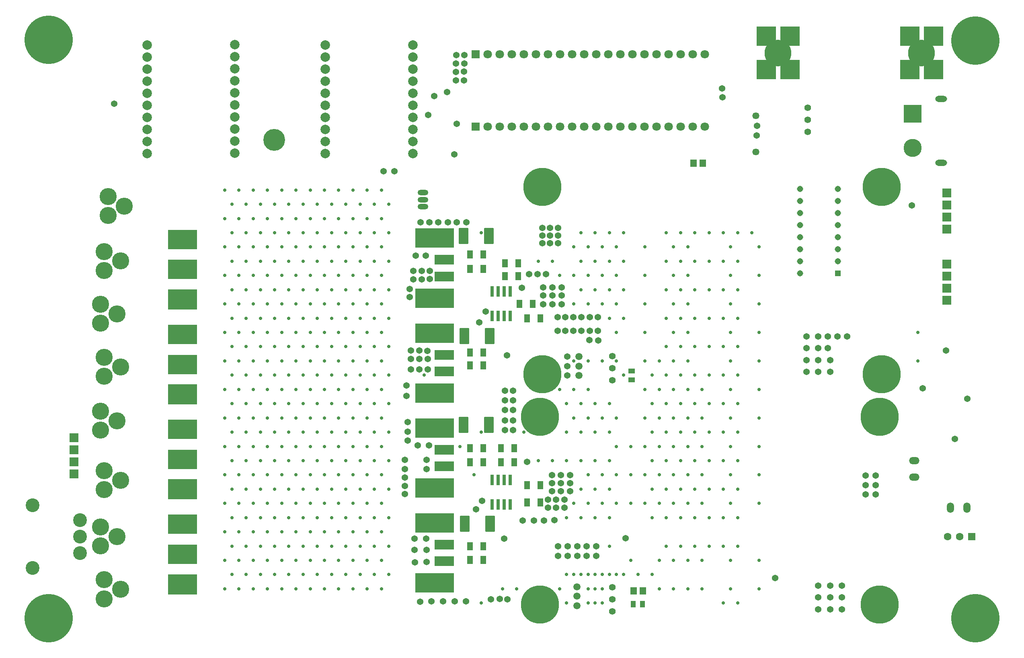
<source format=gbs>
G04*
G04 #@! TF.GenerationSoftware,Altium Limited,Altium Designer,21.4.1 (30)*
G04*
G04 Layer_Color=16711935*
%FSLAX25Y25*%
%MOIN*%
G70*
G04*
G04 #@! TF.SameCoordinates,5C5CB9DB-6683-4862-BC7F-C0E48B32F829*
G04*
G04*
G04 #@! TF.FilePolarity,Negative*
G04*
G01*
G75*
%ADD27R,0.05827X0.04016*%
%ADD28R,0.16142X0.08268*%
%ADD29R,0.31890X0.16142*%
%ADD30R,0.24016X0.16142*%
G04:AMPARAMS|DCode=35|XSize=78.74mil|YSize=136.61mil|CornerRadius=4.59mil|HoleSize=0mil|Usage=FLASHONLY|Rotation=180.000|XOffset=0mil|YOffset=0mil|HoleType=Round|Shape=RoundedRectangle|*
%AMROUNDEDRECTD35*
21,1,0.07874,0.12744,0,0,180.0*
21,1,0.06957,0.13661,0,0,180.0*
1,1,0.00917,-0.03478,0.06372*
1,1,0.00917,0.03478,0.06372*
1,1,0.00917,0.03478,-0.06372*
1,1,0.00917,-0.03478,-0.06372*
%
%ADD35ROUNDEDRECTD35*%
%ADD36R,0.02756X0.09055*%
%ADD38R,0.05118X0.06890*%
%ADD41R,0.24433X0.16559*%
%ADD42C,0.31575*%
%ADD43C,0.05984*%
%ADD44C,0.22142*%
%ADD45R,0.16142X0.16142*%
%ADD46O,0.08819X0.04606*%
%ADD47R,0.07480X0.07480*%
%ADD48R,0.05158X0.05158*%
%ADD49C,0.05158*%
%ADD50R,0.15024X0.15024*%
%ADD51C,0.15024*%
%ADD52O,0.09843X0.05118*%
%ADD53C,0.07874*%
%ADD54C,0.14173*%
%ADD55C,0.05740*%
%ADD56C,0.05543*%
%ADD57C,0.11417*%
%ADD58C,0.07087*%
%ADD59R,0.07087X0.07087*%
%ADD60R,0.06299X0.06299*%
%ADD61C,0.06299*%
%ADD62O,0.05906X0.08661*%
%ADD63O,0.08661X0.05906*%
%ADD64C,0.40158*%
%ADD65C,0.18110*%
%ADD66C,0.05394*%
%ADD67C,0.02756*%
%ADD134R,0.05512X0.06299*%
%ADD135R,0.04016X0.05827*%
D27*
X504637Y219654D02*
D03*
Y227173D02*
D03*
D28*
X349309Y161874D02*
D03*
Y148094D02*
D03*
X349309Y319354D02*
D03*
Y305575D02*
D03*
Y83134D02*
D03*
Y69354D02*
D03*
Y240614D02*
D03*
Y226835D02*
D03*
D29*
X341466Y179817D02*
D03*
Y130053D02*
D03*
X341465Y337297D02*
D03*
Y287533D02*
D03*
Y101077D02*
D03*
Y51313D02*
D03*
Y258557D02*
D03*
Y208793D02*
D03*
D30*
X132350Y153852D02*
D03*
Y178734D02*
D03*
X132350Y311333D02*
D03*
Y336215D02*
D03*
Y75112D02*
D03*
Y99994D02*
D03*
Y232593D02*
D03*
Y257474D02*
D03*
D35*
X365428Y339000D02*
D03*
X386372D02*
D03*
X365428Y182300D02*
D03*
X386372D02*
D03*
X366155Y256000D02*
D03*
X387100D02*
D03*
X366455Y100400D02*
D03*
X387400D02*
D03*
D36*
X394137Y136950D02*
D03*
Y116477D02*
D03*
X389137Y136950D02*
D03*
X399137D02*
D03*
X404137D02*
D03*
X389137Y116477D02*
D03*
X399137D02*
D03*
X404137D02*
D03*
X394237Y293150D02*
D03*
Y272677D02*
D03*
X389237Y293150D02*
D03*
X399237D02*
D03*
X404237D02*
D03*
X389237Y272677D02*
D03*
X399237D02*
D03*
X404237D02*
D03*
D38*
X410649Y316513D02*
D03*
X399625D02*
D03*
X381907Y231813D02*
D03*
X370884D02*
D03*
X381907Y70313D02*
D03*
X370884D02*
D03*
X381907Y242413D02*
D03*
X370884D02*
D03*
X381907Y81913D02*
D03*
X370884D02*
D03*
X418125Y270913D02*
D03*
X429149D02*
D03*
X418125Y132513D02*
D03*
X429149D02*
D03*
X411888Y282774D02*
D03*
X422912D02*
D03*
X418125Y118013D02*
D03*
X429149D02*
D03*
X381907Y311913D02*
D03*
X370884D02*
D03*
X381907Y151496D02*
D03*
X370884D02*
D03*
X381907Y323713D02*
D03*
X370884D02*
D03*
X381907Y163244D02*
D03*
X370884D02*
D03*
X399625Y305813D02*
D03*
X410649D02*
D03*
X396425Y151313D02*
D03*
X407449D02*
D03*
Y163113D02*
D03*
X396425D02*
D03*
D41*
X132350Y128971D02*
D03*
X132350Y286451D02*
D03*
Y50230D02*
D03*
Y207711D02*
D03*
D42*
X430704Y224388D02*
D03*
X712200D02*
D03*
Y379900D02*
D03*
X430704D02*
D03*
X428823Y189035D02*
D03*
X710319D02*
D03*
Y33524D02*
D03*
X428823D02*
D03*
D43*
X461216Y239152D02*
D03*
Y231278D02*
D03*
Y223404D02*
D03*
X459335Y32539D02*
D03*
Y40413D02*
D03*
Y48287D02*
D03*
D44*
X745129Y490900D02*
D03*
X626271D02*
D03*
D45*
X754972Y504679D02*
D03*
X636113D02*
D03*
X616428D02*
D03*
X636113Y477120D02*
D03*
X616428D02*
D03*
X735287Y504679D02*
D03*
Y477120D02*
D03*
X754972D02*
D03*
D46*
X331849Y363400D02*
D03*
X331824Y369200D02*
D03*
X331849Y375000D02*
D03*
D47*
X766252Y285646D02*
D03*
Y295646D02*
D03*
Y305646D02*
D03*
Y315646D02*
D03*
X42323Y171732D02*
D03*
Y161732D02*
D03*
Y151732D02*
D03*
Y141732D02*
D03*
X766252Y344646D02*
D03*
Y354646D02*
D03*
Y364646D02*
D03*
Y374646D02*
D03*
D48*
X675750Y308275D02*
D03*
D49*
Y318275D02*
D03*
Y328275D02*
D03*
Y338275D02*
D03*
Y348275D02*
D03*
Y358275D02*
D03*
Y368275D02*
D03*
Y378275D02*
D03*
X644490D02*
D03*
Y368275D02*
D03*
Y358275D02*
D03*
Y348275D02*
D03*
Y338275D02*
D03*
Y328275D02*
D03*
Y318275D02*
D03*
Y308275D02*
D03*
D50*
X737697Y440412D02*
D03*
D51*
Y412065D02*
D03*
D52*
X761319Y452813D02*
D03*
Y399664D02*
D03*
D53*
X175937Y497913D02*
D03*
Y487913D02*
D03*
Y477913D02*
D03*
Y467913D02*
D03*
Y457913D02*
D03*
Y447913D02*
D03*
Y437913D02*
D03*
Y427913D02*
D03*
Y417913D02*
D03*
Y407913D02*
D03*
X250858Y407331D02*
D03*
Y417331D02*
D03*
Y427331D02*
D03*
Y437331D02*
D03*
Y447331D02*
D03*
Y457331D02*
D03*
Y467331D02*
D03*
Y477331D02*
D03*
Y487331D02*
D03*
Y497331D02*
D03*
X103100Y497300D02*
D03*
Y487300D02*
D03*
Y477300D02*
D03*
Y467300D02*
D03*
Y457300D02*
D03*
Y447300D02*
D03*
Y437300D02*
D03*
Y427300D02*
D03*
Y417300D02*
D03*
Y407300D02*
D03*
X323323Y407331D02*
D03*
Y417331D02*
D03*
Y427331D02*
D03*
Y437331D02*
D03*
Y447331D02*
D03*
Y457331D02*
D03*
Y467331D02*
D03*
Y477331D02*
D03*
Y487331D02*
D03*
Y497331D02*
D03*
D54*
X67518Y144387D02*
D03*
Y128639D02*
D03*
X81156Y136513D02*
D03*
X64394Y178039D02*
D03*
Y193787D02*
D03*
X78032Y185913D02*
D03*
X67518Y326287D02*
D03*
Y310539D02*
D03*
X81156Y318413D02*
D03*
X70618Y356039D02*
D03*
Y371787D02*
D03*
X84256Y363913D02*
D03*
X67518Y53987D02*
D03*
Y38239D02*
D03*
X81156Y46113D02*
D03*
X64394Y82065D02*
D03*
Y97813D02*
D03*
X78032Y89939D02*
D03*
X67518Y238487D02*
D03*
Y222739D02*
D03*
X81156Y230613D02*
D03*
X64394Y266639D02*
D03*
Y282387D02*
D03*
X78032Y274513D02*
D03*
D55*
X607937Y408953D02*
D03*
Y438874D02*
D03*
D56*
X650700Y425300D02*
D03*
Y435300D02*
D03*
Y445300D02*
D03*
X488900Y219500D02*
D03*
Y229500D02*
D03*
Y239500D02*
D03*
Y27700D02*
D03*
Y37700D02*
D03*
Y47700D02*
D03*
D57*
X47470Y76036D02*
D03*
Y103595D02*
D03*
X8100Y63832D02*
D03*
X47470Y89816D02*
D03*
X8100Y115800D02*
D03*
D58*
X445600Y429800D02*
D03*
X565600D02*
D03*
X555600D02*
D03*
X545600D02*
D03*
X535600D02*
D03*
X525600D02*
D03*
X515600D02*
D03*
X505600D02*
D03*
X495600D02*
D03*
X485600D02*
D03*
X475600D02*
D03*
X465600D02*
D03*
X435600D02*
D03*
X425600D02*
D03*
X415600D02*
D03*
X405600D02*
D03*
X395600D02*
D03*
X385600D02*
D03*
X455600D02*
D03*
X565600Y489700D02*
D03*
X555600D02*
D03*
X545600D02*
D03*
X535600D02*
D03*
X525600D02*
D03*
X515600D02*
D03*
X505600D02*
D03*
X495600D02*
D03*
X485600D02*
D03*
X475600D02*
D03*
X465600D02*
D03*
X455600D02*
D03*
X445600D02*
D03*
X435600D02*
D03*
X425600D02*
D03*
X415600D02*
D03*
X405600D02*
D03*
X395600D02*
D03*
X385600D02*
D03*
D59*
X375600Y429800D02*
D03*
Y489700D02*
D03*
D60*
X786937Y89913D02*
D03*
D61*
X776937D02*
D03*
X766937D02*
D03*
D62*
X782827Y113913D02*
D03*
X769047D02*
D03*
D63*
X739100Y139000D02*
D03*
Y152779D02*
D03*
D64*
X789800Y22200D02*
D03*
Y501200D02*
D03*
X21400Y22200D02*
D03*
X21600Y501800D02*
D03*
D65*
X208598Y418898D02*
D03*
D66*
X401600Y240275D02*
D03*
X477000Y252474D02*
D03*
X469900Y252674D02*
D03*
X351687Y458343D02*
D03*
X75731Y448837D02*
D03*
X325100Y68600D02*
D03*
X329500Y35700D02*
D03*
X365937Y475313D02*
D03*
X366000Y482100D02*
D03*
X366200Y489000D02*
D03*
X365837Y468200D02*
D03*
X383644Y276476D02*
D03*
X440700Y103300D02*
D03*
X414370Y103200D02*
D03*
X423900D02*
D03*
X432200D02*
D03*
X451400Y223600D02*
D03*
Y231200D02*
D03*
X439200Y282300D02*
D03*
X431300D02*
D03*
X446700D02*
D03*
Y296374D02*
D03*
X439200D02*
D03*
X431300D02*
D03*
X378300Y267400D02*
D03*
X413700Y296200D02*
D03*
X318000Y206600D02*
D03*
Y215200D02*
D03*
X319000Y176900D02*
D03*
Y184900D02*
D03*
Y169400D02*
D03*
X327500Y165400D02*
D03*
X336700D02*
D03*
X341200Y455000D02*
D03*
X336100Y439300D02*
D03*
X338700Y36000D02*
D03*
X358200D02*
D03*
X348358D02*
D03*
X367500D02*
D03*
X334700Y68800D02*
D03*
X451400Y239200D02*
D03*
X334000Y322800D02*
D03*
X325900D02*
D03*
X329700Y350500D02*
D03*
X337200D02*
D03*
X344600D02*
D03*
X352300D02*
D03*
X359800D02*
D03*
X367800D02*
D03*
X334646Y78740D02*
D03*
X334600Y88100D02*
D03*
X324758D02*
D03*
X324803Y78740D02*
D03*
X659449Y255906D02*
D03*
Y246063D02*
D03*
X649606Y255906D02*
D03*
Y246063D02*
D03*
X669291Y236221D02*
D03*
X659449D02*
D03*
X649606D02*
D03*
X669291Y226378D02*
D03*
X659449D02*
D03*
X649606D02*
D03*
X679134Y49213D02*
D03*
X669291D02*
D03*
X659449D02*
D03*
Y39370D02*
D03*
X669291D02*
D03*
X679134D02*
D03*
Y29528D02*
D03*
X669291D02*
D03*
X659449D02*
D03*
X765437Y243963D02*
D03*
X683400Y255906D02*
D03*
X675500D02*
D03*
X667600Y246063D02*
D03*
X667500Y255906D02*
D03*
X335630Y228346D02*
D03*
X328740D02*
D03*
X321850D02*
D03*
X334646Y145669D02*
D03*
Y153543D02*
D03*
X316929Y125000D02*
D03*
Y131890D02*
D03*
Y138779D02*
D03*
Y145669D02*
D03*
Y153543D02*
D03*
X335630Y237205D02*
D03*
X328740D02*
D03*
X321850D02*
D03*
Y244094D02*
D03*
X328740D02*
D03*
X320866Y288386D02*
D03*
Y295276D02*
D03*
X323819Y303150D02*
D03*
Y310039D02*
D03*
X337300Y303310D02*
D03*
Y310200D02*
D03*
X330709Y303150D02*
D03*
Y310039D02*
D03*
X335300Y243874D02*
D03*
X375931Y112343D02*
D03*
X746193Y212657D02*
D03*
X772937Y170913D02*
D03*
X399000Y88200D02*
D03*
X499637Y88400D02*
D03*
X698800Y140600D02*
D03*
Y132600D02*
D03*
Y124700D02*
D03*
X707200Y140600D02*
D03*
Y132600D02*
D03*
Y124700D02*
D03*
X435500Y113800D02*
D03*
X442100D02*
D03*
X449200Y120439D02*
D03*
X435500D02*
D03*
X442100D02*
D03*
X453844Y127400D02*
D03*
X446194D02*
D03*
X438800D02*
D03*
X431300Y289800D02*
D03*
X359300Y489000D02*
D03*
X308071Y392717D02*
D03*
X299213D02*
D03*
X443898Y73819D02*
D03*
X475394Y81693D02*
D03*
Y73819D02*
D03*
X467520Y81693D02*
D03*
Y73819D02*
D03*
X443898Y81693D02*
D03*
X451772D02*
D03*
Y73819D02*
D03*
X459646D02*
D03*
Y81693D02*
D03*
X399606Y210630D02*
D03*
Y202756D02*
D03*
Y194882D02*
D03*
Y186024D02*
D03*
Y178150D02*
D03*
X406496D02*
D03*
Y186024D02*
D03*
Y194882D02*
D03*
Y202756D02*
D03*
Y210630D02*
D03*
X419800Y307374D02*
D03*
X426700D02*
D03*
X433800D02*
D03*
X463100Y260474D02*
D03*
X449800Y260574D02*
D03*
X456400Y260474D02*
D03*
X476700D02*
D03*
X470100D02*
D03*
X443400D02*
D03*
X443300Y271874D02*
D03*
X449800D02*
D03*
X456400D02*
D03*
X463100D02*
D03*
X470100D02*
D03*
X476700D02*
D03*
X439200Y289800D02*
D03*
X446700D02*
D03*
X438800Y140900D02*
D03*
X438806Y134172D02*
D03*
X446194Y140900D02*
D03*
X453844D02*
D03*
X453849Y134172D02*
D03*
X446200D02*
D03*
X449200Y113800D02*
D03*
X443614Y332972D02*
D03*
X437114D02*
D03*
X430614D02*
D03*
X443700Y339474D02*
D03*
X437200D02*
D03*
X430700D02*
D03*
Y345874D02*
D03*
X437200D02*
D03*
X443700D02*
D03*
X380700Y119574D02*
D03*
X401800Y37774D02*
D03*
X395400Y38274D02*
D03*
X388155Y37826D02*
D03*
X418037Y151813D02*
D03*
X359263Y482187D02*
D03*
X359200Y475200D02*
D03*
X359100Y468200D02*
D03*
X359837Y432213D02*
D03*
X780450Y12850D02*
D03*
X799249Y31649D02*
D03*
X780450D02*
D03*
X776450Y22200D02*
D03*
X789800Y8850D02*
D03*
X803150Y22200D02*
D03*
X789800Y35550D02*
D03*
X799249Y12850D02*
D03*
X737237Y364313D02*
D03*
X608637Y430513D02*
D03*
X608537Y422413D02*
D03*
X580137Y454113D02*
D03*
X579787Y461513D02*
D03*
X780450Y491850D02*
D03*
X799249Y510649D02*
D03*
X780450D02*
D03*
X776450Y501200D02*
D03*
X789800Y487850D02*
D03*
X803150Y501200D02*
D03*
X789800Y514550D02*
D03*
X799249Y491850D02*
D03*
X12050Y12850D02*
D03*
X30849Y31649D02*
D03*
X12050D02*
D03*
X8050Y22200D02*
D03*
X21400Y8850D02*
D03*
X34750Y22200D02*
D03*
X21400Y35550D02*
D03*
X30849Y12850D02*
D03*
X12250Y492450D02*
D03*
X31049Y511249D02*
D03*
X12250D02*
D03*
X8250Y501800D02*
D03*
X21600Y488450D02*
D03*
X34950Y501800D02*
D03*
X21600Y515150D02*
D03*
X31049Y492450D02*
D03*
X623637Y55413D02*
D03*
X783237Y204113D02*
D03*
X357937Y406913D02*
D03*
D67*
X604456Y341783D02*
D03*
X610362Y329972D02*
D03*
Y306350D02*
D03*
Y282728D02*
D03*
Y259106D02*
D03*
Y235484D02*
D03*
Y211862D02*
D03*
Y188240D02*
D03*
Y164618D02*
D03*
Y140996D02*
D03*
Y117374D02*
D03*
Y70130D02*
D03*
Y46508D02*
D03*
X592645Y341783D02*
D03*
Y318161D02*
D03*
Y294539D02*
D03*
Y270917D02*
D03*
Y247295D02*
D03*
Y223673D02*
D03*
Y200051D02*
D03*
Y176429D02*
D03*
Y152807D02*
D03*
Y129185D02*
D03*
Y105563D02*
D03*
Y81941D02*
D03*
Y34697D02*
D03*
X580834Y341783D02*
D03*
X586740Y329972D02*
D03*
X580834Y318161D02*
D03*
X586740Y306350D02*
D03*
X580834Y294539D02*
D03*
X586740Y282728D02*
D03*
X580834Y270917D02*
D03*
X586740Y259106D02*
D03*
X580834Y247295D02*
D03*
X586740Y235484D02*
D03*
X580834Y223673D02*
D03*
X586740Y211862D02*
D03*
X580834Y200051D02*
D03*
X586740Y188240D02*
D03*
X580834Y176429D02*
D03*
X586740Y164618D02*
D03*
X580834Y152807D02*
D03*
X586740Y140996D02*
D03*
X580834Y129185D02*
D03*
X586740Y117374D02*
D03*
X580834Y105563D02*
D03*
Y81941D02*
D03*
X586740Y70130D02*
D03*
Y46508D02*
D03*
X580834Y34697D02*
D03*
X569023Y341783D02*
D03*
Y318161D02*
D03*
Y294539D02*
D03*
Y270917D02*
D03*
Y247295D02*
D03*
Y223673D02*
D03*
Y200051D02*
D03*
Y176429D02*
D03*
Y152807D02*
D03*
Y129185D02*
D03*
Y105563D02*
D03*
Y81941D02*
D03*
X557212Y341783D02*
D03*
Y318161D02*
D03*
Y294539D02*
D03*
Y270917D02*
D03*
Y247295D02*
D03*
Y223673D02*
D03*
X563118Y211862D02*
D03*
X557212Y200051D02*
D03*
X563118Y188240D02*
D03*
X557212Y176429D02*
D03*
X563118Y164618D02*
D03*
X557212Y152807D02*
D03*
X563118Y140996D02*
D03*
X557212Y129185D02*
D03*
X563118Y117374D02*
D03*
X557212Y105563D02*
D03*
Y81941D02*
D03*
X563118Y70130D02*
D03*
Y46508D02*
D03*
X545401Y341783D02*
D03*
X551307Y329972D02*
D03*
X545401Y318161D02*
D03*
X551307Y306350D02*
D03*
X545401Y294539D02*
D03*
X551307Y282728D02*
D03*
X545401Y270917D02*
D03*
X551307Y259106D02*
D03*
X545401Y247295D02*
D03*
X551307Y235484D02*
D03*
X545401Y223673D02*
D03*
X551307Y211862D02*
D03*
X545401Y200051D02*
D03*
X551307Y188240D02*
D03*
X545401Y176429D02*
D03*
X551307Y164618D02*
D03*
X545401Y152807D02*
D03*
X551307Y140996D02*
D03*
X545401Y129185D02*
D03*
X551307Y117374D02*
D03*
X545401Y105563D02*
D03*
Y81941D02*
D03*
X551307Y70130D02*
D03*
Y46508D02*
D03*
X533590Y341783D02*
D03*
X539496Y329972D02*
D03*
X533590Y318161D02*
D03*
X539496Y306350D02*
D03*
X533590Y294539D02*
D03*
X539496Y282728D02*
D03*
X533590Y270917D02*
D03*
X539496Y259106D02*
D03*
X533590Y247295D02*
D03*
X539496Y235484D02*
D03*
X533590Y223673D02*
D03*
X539496Y211862D02*
D03*
X533590Y200051D02*
D03*
X539496Y188240D02*
D03*
X533590Y176429D02*
D03*
X539496Y164618D02*
D03*
X533590Y152807D02*
D03*
X539496Y140996D02*
D03*
X533590Y129185D02*
D03*
X539496Y117374D02*
D03*
X533590Y105563D02*
D03*
Y81941D02*
D03*
X539496Y70130D02*
D03*
Y46508D02*
D03*
X527685Y235484D02*
D03*
X521779Y223673D02*
D03*
X527685Y211862D02*
D03*
X521779Y200051D02*
D03*
X527685Y188240D02*
D03*
X521779Y176429D02*
D03*
X527685Y164618D02*
D03*
X521779Y152807D02*
D03*
X527685Y140996D02*
D03*
X521779Y129185D02*
D03*
X527685Y117374D02*
D03*
X521779Y105563D02*
D03*
X527685Y70130D02*
D03*
X521779Y58319D02*
D03*
X527685Y46508D02*
D03*
X515874Y329972D02*
D03*
Y306350D02*
D03*
Y282728D02*
D03*
Y259106D02*
D03*
Y235484D02*
D03*
Y211862D02*
D03*
Y188240D02*
D03*
Y164618D02*
D03*
Y140996D02*
D03*
Y117374D02*
D03*
X509968Y58319D02*
D03*
X498157Y341783D02*
D03*
Y318161D02*
D03*
Y294539D02*
D03*
Y270917D02*
D03*
Y223673D02*
D03*
X504063Y164618D02*
D03*
Y140996D02*
D03*
Y117374D02*
D03*
Y70130D02*
D03*
X498157Y58319D02*
D03*
X486346Y341783D02*
D03*
X492252Y329972D02*
D03*
X486346Y318161D02*
D03*
X492252Y306350D02*
D03*
X486346Y294539D02*
D03*
X492252Y282728D02*
D03*
X486346Y270917D02*
D03*
X492252Y259106D02*
D03*
Y235484D02*
D03*
X486346Y200051D02*
D03*
X492252Y188240D02*
D03*
X486346Y176429D02*
D03*
X492252Y164618D02*
D03*
X486346Y152807D02*
D03*
X492252Y140996D02*
D03*
X486346Y129185D02*
D03*
X492252Y117374D02*
D03*
X486346Y105563D02*
D03*
Y81941D02*
D03*
Y58319D02*
D03*
X474535Y341783D02*
D03*
X480441Y329972D02*
D03*
X474535Y318161D02*
D03*
X480441Y306350D02*
D03*
X474535Y294539D02*
D03*
X480441Y282728D02*
D03*
Y235484D02*
D03*
X474535Y200051D02*
D03*
X480441Y188240D02*
D03*
X474535Y176429D02*
D03*
Y152807D02*
D03*
X480441Y140996D02*
D03*
X474535Y129185D02*
D03*
X480441Y117374D02*
D03*
X474535Y105563D02*
D03*
Y58319D02*
D03*
X480441Y46508D02*
D03*
X474535Y34697D02*
D03*
X462724Y341783D02*
D03*
X468630Y329972D02*
D03*
X462724Y318161D02*
D03*
X468630Y306350D02*
D03*
X462724Y294539D02*
D03*
X468630Y282728D02*
D03*
Y235484D02*
D03*
Y211862D02*
D03*
X462724Y200051D02*
D03*
X468630Y188240D02*
D03*
X462724Y176429D02*
D03*
Y152807D02*
D03*
X468630Y140996D02*
D03*
X462724Y129185D02*
D03*
X468630Y117374D02*
D03*
X462724Y105563D02*
D03*
Y58319D02*
D03*
X468630Y46508D02*
D03*
X456819Y329972D02*
D03*
Y306350D02*
D03*
Y282728D02*
D03*
Y235484D02*
D03*
Y211862D02*
D03*
X450913Y200051D02*
D03*
X456819Y188240D02*
D03*
X450913Y176429D02*
D03*
Y152807D02*
D03*
X456819Y117374D02*
D03*
X450913Y105563D02*
D03*
Y58319D02*
D03*
Y34697D02*
D03*
X439102Y318161D02*
D03*
X445008Y306350D02*
D03*
Y211862D02*
D03*
X439102Y152807D02*
D03*
X445008Y46508D02*
D03*
X427291Y318161D02*
D03*
Y152807D02*
D03*
X415480Y176429D02*
D03*
X380047Y341783D02*
D03*
Y176429D02*
D03*
Y34697D02*
D03*
X374142Y140996D02*
D03*
X362331Y164618D02*
D03*
X332803Y223673D02*
D03*
X742089Y259111D02*
D03*
Y235489D02*
D03*
X492252Y58319D02*
D03*
X474535Y46508D02*
D03*
X480441Y34697D02*
D03*
X297370Y377216D02*
D03*
X303275Y365405D02*
D03*
X297370Y353594D02*
D03*
X303275Y341783D02*
D03*
X297370Y329972D02*
D03*
X303275Y318161D02*
D03*
X297370Y306350D02*
D03*
X303275Y294539D02*
D03*
X297370Y282728D02*
D03*
X303275Y270917D02*
D03*
X297370Y259106D02*
D03*
X303275Y247295D02*
D03*
X297370Y235484D02*
D03*
X303275Y223673D02*
D03*
X297370Y211862D02*
D03*
X303275Y200051D02*
D03*
X297370Y188240D02*
D03*
X303275Y176429D02*
D03*
X297370Y164618D02*
D03*
X303275Y152807D02*
D03*
X297370Y140996D02*
D03*
X303275Y129185D02*
D03*
X297370Y117374D02*
D03*
X303275Y105563D02*
D03*
X297370Y93752D02*
D03*
X303275Y81941D02*
D03*
X297370Y70130D02*
D03*
X303275Y58319D02*
D03*
X297370Y46508D02*
D03*
X285559Y377216D02*
D03*
X291464Y365405D02*
D03*
X285559Y353594D02*
D03*
X291464Y341783D02*
D03*
X285559Y329972D02*
D03*
X291464Y318161D02*
D03*
X285559Y306350D02*
D03*
X291464Y294539D02*
D03*
X285559Y282728D02*
D03*
X291464Y270917D02*
D03*
X285559Y259106D02*
D03*
X291464Y247295D02*
D03*
X285559Y235484D02*
D03*
X291464Y223673D02*
D03*
X285559Y211862D02*
D03*
X291464Y200051D02*
D03*
X285559Y188240D02*
D03*
X291464Y176429D02*
D03*
X285559Y164618D02*
D03*
X291464Y152807D02*
D03*
X285559Y140996D02*
D03*
X291464Y129185D02*
D03*
X285559Y117374D02*
D03*
X291464Y105563D02*
D03*
X285559Y93752D02*
D03*
X291464Y81941D02*
D03*
X285559Y70130D02*
D03*
X291464Y58319D02*
D03*
X285559Y46508D02*
D03*
X273748Y377216D02*
D03*
X279653Y365405D02*
D03*
X273748Y353594D02*
D03*
X279653Y341783D02*
D03*
X273748Y329972D02*
D03*
X279653Y318161D02*
D03*
X273748Y306350D02*
D03*
X279653Y294539D02*
D03*
X273748Y282728D02*
D03*
X279653Y270917D02*
D03*
X273748Y259106D02*
D03*
X279653Y247295D02*
D03*
X273748Y235484D02*
D03*
X279653Y223673D02*
D03*
X273748Y211862D02*
D03*
X279653Y200051D02*
D03*
X273748Y188240D02*
D03*
X279653Y176429D02*
D03*
X273748Y164618D02*
D03*
X279653Y152807D02*
D03*
X273748Y140996D02*
D03*
X279653Y129185D02*
D03*
X273748Y117374D02*
D03*
X279653Y105563D02*
D03*
X273748Y93752D02*
D03*
X279653Y81941D02*
D03*
X273748Y70130D02*
D03*
X279653Y58319D02*
D03*
X273748Y46508D02*
D03*
X261937Y377216D02*
D03*
X267842Y365405D02*
D03*
X261937Y353594D02*
D03*
X267842Y341783D02*
D03*
X261937Y329972D02*
D03*
X267842Y318161D02*
D03*
X261937Y306350D02*
D03*
X267842Y294539D02*
D03*
X261937Y282728D02*
D03*
X267842Y270917D02*
D03*
X261937Y259106D02*
D03*
X267842Y247295D02*
D03*
X261937Y235484D02*
D03*
X267842Y223673D02*
D03*
X261937Y211862D02*
D03*
X267842Y200051D02*
D03*
X261937Y188240D02*
D03*
X267842Y176429D02*
D03*
X261937Y164618D02*
D03*
X267842Y152807D02*
D03*
X261937Y140996D02*
D03*
X267842Y129185D02*
D03*
X261937Y117374D02*
D03*
X267842Y105563D02*
D03*
X261937Y93752D02*
D03*
X267842Y81941D02*
D03*
X261937Y70130D02*
D03*
X267842Y58319D02*
D03*
X261937Y46508D02*
D03*
X250126Y377216D02*
D03*
X256031Y365405D02*
D03*
X250126Y353594D02*
D03*
X256031Y341783D02*
D03*
X250126Y329972D02*
D03*
X256031Y318161D02*
D03*
X250126Y306350D02*
D03*
X256031Y294539D02*
D03*
X250126Y282728D02*
D03*
X256031Y270917D02*
D03*
X250126Y259106D02*
D03*
X256031Y247295D02*
D03*
X250126Y235484D02*
D03*
X256031Y223673D02*
D03*
X250126Y211862D02*
D03*
X256031Y200051D02*
D03*
X250126Y188240D02*
D03*
X256031Y176429D02*
D03*
X250126Y164618D02*
D03*
X256031Y152807D02*
D03*
X250126Y140996D02*
D03*
X256031Y129185D02*
D03*
X250126Y117374D02*
D03*
X256031Y105563D02*
D03*
X250126Y93752D02*
D03*
X256031Y81941D02*
D03*
X250126Y70130D02*
D03*
X256031Y58319D02*
D03*
X250126Y46508D02*
D03*
X238315Y377216D02*
D03*
X244220Y365405D02*
D03*
X238315Y353594D02*
D03*
X244220Y341783D02*
D03*
X238315Y329972D02*
D03*
X244220Y318161D02*
D03*
X238315Y306350D02*
D03*
X244220Y294539D02*
D03*
X238315Y282728D02*
D03*
X244220Y270917D02*
D03*
X238315Y259106D02*
D03*
X244220Y247295D02*
D03*
X238315Y235484D02*
D03*
X244220Y223673D02*
D03*
X238315Y211862D02*
D03*
X244220Y200051D02*
D03*
X238315Y188240D02*
D03*
X244220Y176429D02*
D03*
X238315Y164618D02*
D03*
X244220Y152807D02*
D03*
X238315Y140996D02*
D03*
X244220Y129185D02*
D03*
X238315Y117374D02*
D03*
X244220Y105563D02*
D03*
X238315Y93752D02*
D03*
X244220Y81941D02*
D03*
X238315Y70130D02*
D03*
X244220Y58319D02*
D03*
X238315Y46508D02*
D03*
X226504Y377216D02*
D03*
X232409Y365405D02*
D03*
X226504Y353594D02*
D03*
X232409Y341783D02*
D03*
X226504Y329972D02*
D03*
X232409Y318161D02*
D03*
X226504Y306350D02*
D03*
X232409Y294539D02*
D03*
X226504Y282728D02*
D03*
X232409Y270917D02*
D03*
X226504Y259106D02*
D03*
X232409Y247295D02*
D03*
X226504Y235484D02*
D03*
X232409Y223673D02*
D03*
X226504Y211862D02*
D03*
X232409Y200051D02*
D03*
X226504Y188240D02*
D03*
X232409Y176429D02*
D03*
X226504Y164618D02*
D03*
X232409Y152807D02*
D03*
X226504Y140996D02*
D03*
X232409Y129185D02*
D03*
X226504Y117374D02*
D03*
X232409Y105563D02*
D03*
X226504Y93752D02*
D03*
X232409Y81941D02*
D03*
X226504Y70130D02*
D03*
X232409Y58319D02*
D03*
X226504Y46508D02*
D03*
X214693Y377216D02*
D03*
X220598Y365405D02*
D03*
X214693Y353594D02*
D03*
X220598Y341783D02*
D03*
X214693Y329972D02*
D03*
X220598Y318161D02*
D03*
X214693Y306350D02*
D03*
X220598Y294539D02*
D03*
X214693Y282728D02*
D03*
X220598Y270917D02*
D03*
X214693Y259106D02*
D03*
X220598Y247295D02*
D03*
X214693Y235484D02*
D03*
X220598Y223673D02*
D03*
X214693Y211862D02*
D03*
X220598Y200051D02*
D03*
X214693Y188240D02*
D03*
X220598Y176429D02*
D03*
X214693Y164618D02*
D03*
X220598Y152807D02*
D03*
X214693Y140996D02*
D03*
X220598Y129185D02*
D03*
X214693Y117374D02*
D03*
X220598Y105563D02*
D03*
X214693Y93752D02*
D03*
X220598Y81941D02*
D03*
X214693Y70130D02*
D03*
X220598Y58319D02*
D03*
X214693Y46508D02*
D03*
X202882Y377216D02*
D03*
X208787Y365405D02*
D03*
X202882Y353594D02*
D03*
X208787Y341783D02*
D03*
X202882Y329972D02*
D03*
X208787Y318161D02*
D03*
X202882Y306350D02*
D03*
X208787Y294539D02*
D03*
X202882Y282728D02*
D03*
X208787Y270917D02*
D03*
X202882Y259106D02*
D03*
X208787Y247295D02*
D03*
X202882Y235484D02*
D03*
X208787Y223673D02*
D03*
X202882Y211862D02*
D03*
X208787Y200051D02*
D03*
X202882Y188240D02*
D03*
X208787Y176429D02*
D03*
X202882Y164618D02*
D03*
X208787Y152807D02*
D03*
X202882Y140996D02*
D03*
X208787Y129185D02*
D03*
X202882Y117374D02*
D03*
X208787Y105563D02*
D03*
X202882Y93752D02*
D03*
X208787Y81941D02*
D03*
X202882Y70130D02*
D03*
X208787Y58319D02*
D03*
X202882Y46508D02*
D03*
X191071Y377216D02*
D03*
X196976Y365405D02*
D03*
X191071Y353594D02*
D03*
X196976Y341783D02*
D03*
X191071Y329972D02*
D03*
X196976Y318161D02*
D03*
X191071Y306350D02*
D03*
X196976Y294539D02*
D03*
X191071Y282728D02*
D03*
X196976Y270917D02*
D03*
X191071Y259106D02*
D03*
X196976Y247295D02*
D03*
X191071Y235484D02*
D03*
X196976Y223673D02*
D03*
X191071Y211862D02*
D03*
X196976Y200051D02*
D03*
X191071Y188240D02*
D03*
X196976Y176429D02*
D03*
X191071Y164618D02*
D03*
X196976Y152807D02*
D03*
X191071Y140996D02*
D03*
X196976Y129185D02*
D03*
X191071Y117374D02*
D03*
X196976Y105563D02*
D03*
X191071Y93752D02*
D03*
X196976Y81941D02*
D03*
X191071Y70130D02*
D03*
X196976Y58319D02*
D03*
X191071Y46508D02*
D03*
X179260Y377216D02*
D03*
X185165Y365405D02*
D03*
X179260Y353594D02*
D03*
X185165Y341783D02*
D03*
X179260Y329972D02*
D03*
X185165Y318161D02*
D03*
X179260Y306350D02*
D03*
X185165Y294539D02*
D03*
X179260Y282728D02*
D03*
X185165Y270917D02*
D03*
X179260Y259106D02*
D03*
X185165Y247295D02*
D03*
X179260Y235484D02*
D03*
X185165Y223673D02*
D03*
X179260Y211862D02*
D03*
X185165Y200051D02*
D03*
X179260Y188240D02*
D03*
X185165Y176429D02*
D03*
X179260Y164618D02*
D03*
X185165Y152807D02*
D03*
X179260Y140996D02*
D03*
X185165Y129185D02*
D03*
X179260Y117374D02*
D03*
X185165Y105563D02*
D03*
X179260Y93752D02*
D03*
X185165Y81941D02*
D03*
X179260Y70130D02*
D03*
X185165Y58319D02*
D03*
X179260Y46508D02*
D03*
X167449Y377216D02*
D03*
X173354Y365405D02*
D03*
X167449Y353594D02*
D03*
X173354Y341783D02*
D03*
X167449Y329972D02*
D03*
X173354Y318161D02*
D03*
X167449Y306350D02*
D03*
X173354Y294539D02*
D03*
X167449Y282728D02*
D03*
X173354Y270917D02*
D03*
X167449Y259106D02*
D03*
X173354Y247295D02*
D03*
X167449Y235484D02*
D03*
X173354Y223673D02*
D03*
X167449Y211862D02*
D03*
X173354Y200051D02*
D03*
X167449Y188240D02*
D03*
X173354Y176429D02*
D03*
X167449Y164618D02*
D03*
X173354Y152807D02*
D03*
X167449Y140996D02*
D03*
X173354Y129185D02*
D03*
X167449Y117374D02*
D03*
X173354Y105563D02*
D03*
X167449Y93752D02*
D03*
X173354Y81941D02*
D03*
X167449Y70130D02*
D03*
X173354Y58319D02*
D03*
X167449Y46508D02*
D03*
X480441Y58319D02*
D03*
X468630D02*
D03*
Y34697D02*
D03*
X456819Y58319D02*
D03*
X409575Y46508D02*
D03*
X397763D02*
D03*
D134*
X563647Y399613D02*
D03*
X556166D02*
D03*
X506528Y44913D02*
D03*
X514008D02*
D03*
D135*
X513697Y33913D02*
D03*
X506177D02*
D03*
M02*

</source>
